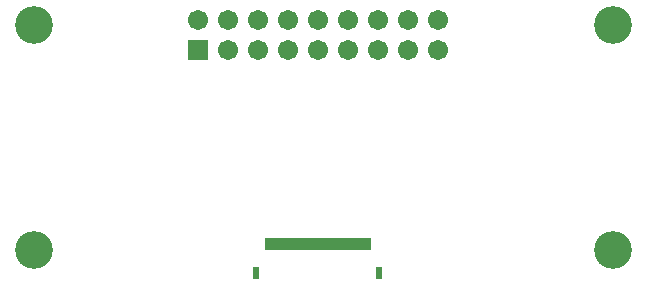
<source format=gts>
G04*
G04 #@! TF.GenerationSoftware,Altium Limited,Altium Designer,23.9.2 (47)*
G04*
G04 Layer_Color=8388736*
%FSLAX44Y44*%
%MOMM*%
G71*
G04*
G04 #@! TF.SameCoordinates,A97D38AF-4598-4E32-B0B2-6C7805A74480*
G04*
G04*
G04 #@! TF.FilePolarity,Negative*
G04*
G01*
G75*
%ADD14R,0.5032X1.0032*%
%ADD15R,0.6032X1.0032*%
%ADD16C,1.7032*%
%ADD17R,1.7032X1.7032*%
%ADD18C,3.2032*%
D14*
X312500Y35220D02*
D03*
X307500D02*
D03*
X302500D02*
D03*
X297500D02*
D03*
X292500D02*
D03*
X287500D02*
D03*
X282500D02*
D03*
X277500D02*
D03*
X272500D02*
D03*
X267500D02*
D03*
X262500D02*
D03*
X257500D02*
D03*
X252500D02*
D03*
X247500D02*
D03*
X242500D02*
D03*
X237500D02*
D03*
X232500D02*
D03*
X227500D02*
D03*
D15*
X322000Y10220D02*
D03*
X218000D02*
D03*
D16*
X193800Y199440D02*
D03*
X219200D02*
D03*
X244600D02*
D03*
X270000D02*
D03*
X295400D02*
D03*
X168400Y224840D02*
D03*
X193800D02*
D03*
X219200D02*
D03*
X244600D02*
D03*
X270000D02*
D03*
X295400D02*
D03*
X320800Y199440D02*
D03*
Y224840D02*
D03*
X371600Y199440D02*
D03*
Y224840D02*
D03*
X346200Y199440D02*
D03*
Y224840D02*
D03*
D17*
X168400Y199440D02*
D03*
D18*
X520000Y30000D02*
D03*
Y220000D02*
D03*
X30000D02*
D03*
Y30000D02*
D03*
M02*

</source>
